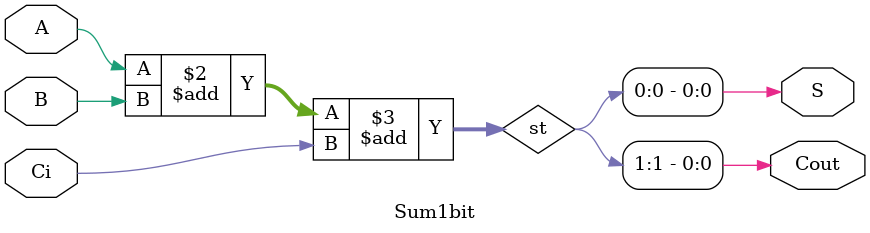
<source format=v>
module Sum1bit (A, B, Ci,Cout,S);

  input  A;
  input  B;
  input  Ci;
  output Cout;
  output S;

  reg [1:0] st;

  assign S = st[0];
  assign Cout = st[1];

  always @ ( * ) begin
  	st  = 	A+B+Ci;
  end
  
endmodule
</source>
